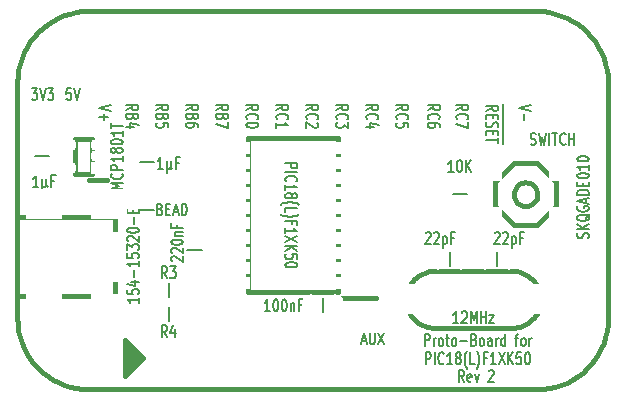
<source format=gto>
G04 (created by PCBNEW-RS274X (2012-01-19 BZR 3256)-stable) date 5/11/2012 7:46:45 PM*
G01*
G70*
G90*
%MOIN*%
G04 Gerber Fmt 3.4, Leading zero omitted, Abs format*
%FSLAX34Y34*%
G04 APERTURE LIST*
%ADD10C,0.006000*%
%ADD11C,0.015000*%
%ADD12C,0.005900*%
%ADD13C,0.007900*%
%ADD14O,0.059400X0.073100*%
%ADD15O,0.073100X0.059400*%
%ADD16R,0.063300X0.043600*%
%ADD17O,0.063300X0.043600*%
%ADD18R,0.148000X0.043600*%
%ADD19R,0.088000X0.088000*%
%ADD20C,0.088000*%
%ADD21R,0.090900X0.063300*%
%ADD22R,0.216900X0.098700*%
%ADD23C,0.098700*%
%ADD24R,0.110600X0.039700*%
%ADD25R,0.118400X0.098700*%
%ADD26C,0.055400*%
G04 APERTURE END LIST*
G54D10*
G54D11*
X53950Y-35350D02*
X54050Y-35250D01*
X53950Y-35150D02*
X53950Y-35350D01*
X54050Y-35250D02*
X53950Y-35150D01*
X53850Y-35600D02*
X54200Y-35250D01*
X53850Y-34900D02*
X53850Y-35600D01*
X54200Y-35250D02*
X53850Y-34900D01*
X53750Y-35850D02*
X54350Y-35250D01*
X53750Y-34650D02*
X53750Y-35850D01*
X54350Y-35250D02*
X53750Y-34650D01*
G54D12*
X59091Y-28772D02*
X59485Y-28772D01*
X59485Y-28885D01*
X59466Y-28913D01*
X59447Y-28927D01*
X59409Y-28941D01*
X59353Y-28941D01*
X59316Y-28927D01*
X59297Y-28913D01*
X59278Y-28885D01*
X59278Y-28772D01*
X59091Y-29067D02*
X59485Y-29067D01*
X59128Y-29376D02*
X59109Y-29362D01*
X59091Y-29320D01*
X59091Y-29292D01*
X59109Y-29249D01*
X59147Y-29221D01*
X59184Y-29207D01*
X59259Y-29193D01*
X59316Y-29193D01*
X59391Y-29207D01*
X59428Y-29221D01*
X59466Y-29249D01*
X59485Y-29292D01*
X59485Y-29320D01*
X59466Y-29362D01*
X59447Y-29376D01*
X59091Y-29657D02*
X59091Y-29488D01*
X59091Y-29572D02*
X59485Y-29572D01*
X59428Y-29544D01*
X59391Y-29516D01*
X59372Y-29488D01*
X59316Y-29825D02*
X59334Y-29797D01*
X59353Y-29783D01*
X59391Y-29769D01*
X59409Y-29769D01*
X59447Y-29783D01*
X59466Y-29797D01*
X59485Y-29825D01*
X59485Y-29882D01*
X59466Y-29910D01*
X59447Y-29924D01*
X59409Y-29938D01*
X59391Y-29938D01*
X59353Y-29924D01*
X59334Y-29910D01*
X59316Y-29882D01*
X59316Y-29825D01*
X59297Y-29797D01*
X59278Y-29783D01*
X59241Y-29769D01*
X59166Y-29769D01*
X59128Y-29783D01*
X59109Y-29797D01*
X59091Y-29825D01*
X59091Y-29882D01*
X59109Y-29910D01*
X59128Y-29924D01*
X59166Y-29938D01*
X59241Y-29938D01*
X59278Y-29924D01*
X59297Y-29910D01*
X59316Y-29882D01*
X58940Y-30149D02*
X58959Y-30134D01*
X59015Y-30106D01*
X59053Y-30092D01*
X59109Y-30078D01*
X59203Y-30064D01*
X59278Y-30064D01*
X59372Y-30078D01*
X59428Y-30092D01*
X59466Y-30106D01*
X59522Y-30134D01*
X59541Y-30149D01*
X59091Y-30402D02*
X59091Y-30261D01*
X59485Y-30261D01*
X58940Y-30472D02*
X58959Y-30486D01*
X59015Y-30514D01*
X59053Y-30528D01*
X59109Y-30542D01*
X59203Y-30556D01*
X59278Y-30556D01*
X59372Y-30542D01*
X59428Y-30528D01*
X59466Y-30514D01*
X59522Y-30486D01*
X59541Y-30472D01*
X59297Y-30796D02*
X59297Y-30697D01*
X59091Y-30697D02*
X59485Y-30697D01*
X59485Y-30838D01*
X59091Y-31105D02*
X59091Y-30936D01*
X59091Y-31020D02*
X59485Y-31020D01*
X59428Y-30992D01*
X59391Y-30964D01*
X59372Y-30936D01*
X59485Y-31203D02*
X59091Y-31400D01*
X59485Y-31400D02*
X59091Y-31203D01*
X59091Y-31512D02*
X59485Y-31512D01*
X59091Y-31681D02*
X59316Y-31554D01*
X59485Y-31681D02*
X59259Y-31512D01*
X59485Y-31948D02*
X59485Y-31807D01*
X59297Y-31793D01*
X59316Y-31807D01*
X59334Y-31835D01*
X59334Y-31906D01*
X59316Y-31934D01*
X59297Y-31948D01*
X59259Y-31962D01*
X59166Y-31962D01*
X59128Y-31948D01*
X59109Y-31934D01*
X59091Y-31906D01*
X59091Y-31835D01*
X59109Y-31807D01*
X59128Y-31793D01*
X59485Y-32144D02*
X59485Y-32173D01*
X59466Y-32201D01*
X59447Y-32215D01*
X59409Y-32229D01*
X59334Y-32243D01*
X59241Y-32243D01*
X59166Y-32229D01*
X59128Y-32215D01*
X59109Y-32201D01*
X59091Y-32173D01*
X59091Y-32144D01*
X59109Y-32116D01*
X59128Y-32102D01*
X59166Y-32088D01*
X59241Y-32074D01*
X59334Y-32074D01*
X59409Y-32088D01*
X59447Y-32102D01*
X59466Y-32116D01*
X59485Y-32144D01*
X56791Y-27004D02*
X56978Y-26905D01*
X56791Y-26835D02*
X57185Y-26835D01*
X57185Y-26948D01*
X57166Y-26976D01*
X57147Y-26990D01*
X57109Y-27004D01*
X57053Y-27004D01*
X57016Y-26990D01*
X56997Y-26976D01*
X56978Y-26948D01*
X56978Y-26835D01*
X56997Y-27229D02*
X56978Y-27271D01*
X56959Y-27285D01*
X56922Y-27299D01*
X56866Y-27299D01*
X56828Y-27285D01*
X56809Y-27271D01*
X56791Y-27243D01*
X56791Y-27130D01*
X57185Y-27130D01*
X57185Y-27229D01*
X57166Y-27257D01*
X57147Y-27271D01*
X57109Y-27285D01*
X57072Y-27285D01*
X57034Y-27271D01*
X57016Y-27257D01*
X56997Y-27229D01*
X56997Y-27130D01*
X57185Y-27397D02*
X57185Y-27594D01*
X56791Y-27467D01*
X57791Y-27004D02*
X57978Y-26905D01*
X57791Y-26835D02*
X58185Y-26835D01*
X58185Y-26948D01*
X58166Y-26976D01*
X58147Y-26990D01*
X58109Y-27004D01*
X58053Y-27004D01*
X58016Y-26990D01*
X57997Y-26976D01*
X57978Y-26948D01*
X57978Y-26835D01*
X57828Y-27299D02*
X57809Y-27285D01*
X57791Y-27243D01*
X57791Y-27215D01*
X57809Y-27172D01*
X57847Y-27144D01*
X57884Y-27130D01*
X57959Y-27116D01*
X58016Y-27116D01*
X58091Y-27130D01*
X58128Y-27144D01*
X58166Y-27172D01*
X58185Y-27215D01*
X58185Y-27243D01*
X58166Y-27285D01*
X58147Y-27299D01*
X58185Y-27481D02*
X58185Y-27510D01*
X58166Y-27538D01*
X58147Y-27552D01*
X58109Y-27566D01*
X58034Y-27580D01*
X57941Y-27580D01*
X57866Y-27566D01*
X57828Y-27552D01*
X57809Y-27538D01*
X57791Y-27510D01*
X57791Y-27481D01*
X57809Y-27453D01*
X57828Y-27439D01*
X57866Y-27425D01*
X57941Y-27411D01*
X58034Y-27411D01*
X58109Y-27425D01*
X58147Y-27439D01*
X58166Y-27453D01*
X58185Y-27481D01*
X58791Y-27004D02*
X58978Y-26905D01*
X58791Y-26835D02*
X59185Y-26835D01*
X59185Y-26948D01*
X59166Y-26976D01*
X59147Y-26990D01*
X59109Y-27004D01*
X59053Y-27004D01*
X59016Y-26990D01*
X58997Y-26976D01*
X58978Y-26948D01*
X58978Y-26835D01*
X58828Y-27299D02*
X58809Y-27285D01*
X58791Y-27243D01*
X58791Y-27215D01*
X58809Y-27172D01*
X58847Y-27144D01*
X58884Y-27130D01*
X58959Y-27116D01*
X59016Y-27116D01*
X59091Y-27130D01*
X59128Y-27144D01*
X59166Y-27172D01*
X59185Y-27215D01*
X59185Y-27243D01*
X59166Y-27285D01*
X59147Y-27299D01*
X58791Y-27580D02*
X58791Y-27411D01*
X58791Y-27495D02*
X59185Y-27495D01*
X59128Y-27467D01*
X59091Y-27439D01*
X59072Y-27411D01*
X59791Y-27004D02*
X59978Y-26905D01*
X59791Y-26835D02*
X60185Y-26835D01*
X60185Y-26948D01*
X60166Y-26976D01*
X60147Y-26990D01*
X60109Y-27004D01*
X60053Y-27004D01*
X60016Y-26990D01*
X59997Y-26976D01*
X59978Y-26948D01*
X59978Y-26835D01*
X59828Y-27299D02*
X59809Y-27285D01*
X59791Y-27243D01*
X59791Y-27215D01*
X59809Y-27172D01*
X59847Y-27144D01*
X59884Y-27130D01*
X59959Y-27116D01*
X60016Y-27116D01*
X60091Y-27130D01*
X60128Y-27144D01*
X60166Y-27172D01*
X60185Y-27215D01*
X60185Y-27243D01*
X60166Y-27285D01*
X60147Y-27299D01*
X60147Y-27411D02*
X60166Y-27425D01*
X60185Y-27453D01*
X60185Y-27524D01*
X60166Y-27552D01*
X60147Y-27566D01*
X60109Y-27580D01*
X60072Y-27580D01*
X60016Y-27566D01*
X59791Y-27397D01*
X59791Y-27580D01*
X60791Y-27004D02*
X60978Y-26905D01*
X60791Y-26835D02*
X61185Y-26835D01*
X61185Y-26948D01*
X61166Y-26976D01*
X61147Y-26990D01*
X61109Y-27004D01*
X61053Y-27004D01*
X61016Y-26990D01*
X60997Y-26976D01*
X60978Y-26948D01*
X60978Y-26835D01*
X60828Y-27299D02*
X60809Y-27285D01*
X60791Y-27243D01*
X60791Y-27215D01*
X60809Y-27172D01*
X60847Y-27144D01*
X60884Y-27130D01*
X60959Y-27116D01*
X61016Y-27116D01*
X61091Y-27130D01*
X61128Y-27144D01*
X61166Y-27172D01*
X61185Y-27215D01*
X61185Y-27243D01*
X61166Y-27285D01*
X61147Y-27299D01*
X61185Y-27397D02*
X61185Y-27580D01*
X61034Y-27481D01*
X61034Y-27524D01*
X61016Y-27552D01*
X60997Y-27566D01*
X60959Y-27580D01*
X60866Y-27580D01*
X60828Y-27566D01*
X60809Y-27552D01*
X60791Y-27524D01*
X60791Y-27439D01*
X60809Y-27411D01*
X60828Y-27397D01*
X61791Y-27004D02*
X61978Y-26905D01*
X61791Y-26835D02*
X62185Y-26835D01*
X62185Y-26948D01*
X62166Y-26976D01*
X62147Y-26990D01*
X62109Y-27004D01*
X62053Y-27004D01*
X62016Y-26990D01*
X61997Y-26976D01*
X61978Y-26948D01*
X61978Y-26835D01*
X61828Y-27299D02*
X61809Y-27285D01*
X61791Y-27243D01*
X61791Y-27215D01*
X61809Y-27172D01*
X61847Y-27144D01*
X61884Y-27130D01*
X61959Y-27116D01*
X62016Y-27116D01*
X62091Y-27130D01*
X62128Y-27144D01*
X62166Y-27172D01*
X62185Y-27215D01*
X62185Y-27243D01*
X62166Y-27285D01*
X62147Y-27299D01*
X62053Y-27552D02*
X61791Y-27552D01*
X62203Y-27481D02*
X61922Y-27411D01*
X61922Y-27594D01*
X62791Y-27004D02*
X62978Y-26905D01*
X62791Y-26835D02*
X63185Y-26835D01*
X63185Y-26948D01*
X63166Y-26976D01*
X63147Y-26990D01*
X63109Y-27004D01*
X63053Y-27004D01*
X63016Y-26990D01*
X62997Y-26976D01*
X62978Y-26948D01*
X62978Y-26835D01*
X62828Y-27299D02*
X62809Y-27285D01*
X62791Y-27243D01*
X62791Y-27215D01*
X62809Y-27172D01*
X62847Y-27144D01*
X62884Y-27130D01*
X62959Y-27116D01*
X63016Y-27116D01*
X63091Y-27130D01*
X63128Y-27144D01*
X63166Y-27172D01*
X63185Y-27215D01*
X63185Y-27243D01*
X63166Y-27285D01*
X63147Y-27299D01*
X63185Y-27566D02*
X63185Y-27425D01*
X62997Y-27411D01*
X63016Y-27425D01*
X63034Y-27453D01*
X63034Y-27524D01*
X63016Y-27552D01*
X62997Y-27566D01*
X62959Y-27580D01*
X62866Y-27580D01*
X62828Y-27566D01*
X62809Y-27552D01*
X62791Y-27524D01*
X62791Y-27453D01*
X62809Y-27425D01*
X62828Y-27411D01*
X63841Y-27004D02*
X64028Y-26905D01*
X63841Y-26835D02*
X64235Y-26835D01*
X64235Y-26948D01*
X64216Y-26976D01*
X64197Y-26990D01*
X64159Y-27004D01*
X64103Y-27004D01*
X64066Y-26990D01*
X64047Y-26976D01*
X64028Y-26948D01*
X64028Y-26835D01*
X63878Y-27299D02*
X63859Y-27285D01*
X63841Y-27243D01*
X63841Y-27215D01*
X63859Y-27172D01*
X63897Y-27144D01*
X63934Y-27130D01*
X64009Y-27116D01*
X64066Y-27116D01*
X64141Y-27130D01*
X64178Y-27144D01*
X64216Y-27172D01*
X64235Y-27215D01*
X64235Y-27243D01*
X64216Y-27285D01*
X64197Y-27299D01*
X64235Y-27552D02*
X64235Y-27495D01*
X64216Y-27467D01*
X64197Y-27453D01*
X64141Y-27425D01*
X64066Y-27411D01*
X63916Y-27411D01*
X63878Y-27425D01*
X63859Y-27439D01*
X63841Y-27467D01*
X63841Y-27524D01*
X63859Y-27552D01*
X63878Y-27566D01*
X63916Y-27580D01*
X64009Y-27580D01*
X64047Y-27566D01*
X64066Y-27552D01*
X64084Y-27524D01*
X64084Y-27467D01*
X64066Y-27439D01*
X64047Y-27425D01*
X64009Y-27411D01*
X64791Y-27004D02*
X64978Y-26905D01*
X64791Y-26835D02*
X65185Y-26835D01*
X65185Y-26948D01*
X65166Y-26976D01*
X65147Y-26990D01*
X65109Y-27004D01*
X65053Y-27004D01*
X65016Y-26990D01*
X64997Y-26976D01*
X64978Y-26948D01*
X64978Y-26835D01*
X64828Y-27299D02*
X64809Y-27285D01*
X64791Y-27243D01*
X64791Y-27215D01*
X64809Y-27172D01*
X64847Y-27144D01*
X64884Y-27130D01*
X64959Y-27116D01*
X65016Y-27116D01*
X65091Y-27130D01*
X65128Y-27144D01*
X65166Y-27172D01*
X65185Y-27215D01*
X65185Y-27243D01*
X65166Y-27285D01*
X65147Y-27299D01*
X65185Y-27397D02*
X65185Y-27594D01*
X64791Y-27467D01*
X67285Y-26819D02*
X66891Y-26917D01*
X67285Y-27016D01*
X67041Y-27114D02*
X67041Y-27339D01*
X65791Y-27022D02*
X65978Y-26923D01*
X65791Y-26853D02*
X66185Y-26853D01*
X66185Y-26966D01*
X66166Y-26994D01*
X66147Y-27008D01*
X66109Y-27022D01*
X66053Y-27022D01*
X66016Y-27008D01*
X65997Y-26994D01*
X65978Y-26966D01*
X65978Y-26853D01*
X65997Y-27148D02*
X65997Y-27247D01*
X65791Y-27289D02*
X65791Y-27148D01*
X66185Y-27148D01*
X66185Y-27289D01*
X65809Y-27401D02*
X65791Y-27443D01*
X65791Y-27514D01*
X65809Y-27542D01*
X65828Y-27556D01*
X65866Y-27570D01*
X65903Y-27570D01*
X65941Y-27556D01*
X65959Y-27542D01*
X65978Y-27514D01*
X65997Y-27457D01*
X66016Y-27429D01*
X66034Y-27415D01*
X66072Y-27401D01*
X66109Y-27401D01*
X66147Y-27415D01*
X66166Y-27429D01*
X66185Y-27457D01*
X66185Y-27528D01*
X66166Y-27570D01*
X65997Y-27696D02*
X65997Y-27795D01*
X65791Y-27837D02*
X65791Y-27696D01*
X66185Y-27696D01*
X66185Y-27837D01*
X66185Y-27921D02*
X66185Y-28090D01*
X65791Y-28005D02*
X66185Y-28005D01*
X66329Y-26783D02*
X66329Y-28118D01*
X55791Y-27004D02*
X55978Y-26905D01*
X55791Y-26835D02*
X56185Y-26835D01*
X56185Y-26948D01*
X56166Y-26976D01*
X56147Y-26990D01*
X56109Y-27004D01*
X56053Y-27004D01*
X56016Y-26990D01*
X55997Y-26976D01*
X55978Y-26948D01*
X55978Y-26835D01*
X55997Y-27229D02*
X55978Y-27271D01*
X55959Y-27285D01*
X55922Y-27299D01*
X55866Y-27299D01*
X55828Y-27285D01*
X55809Y-27271D01*
X55791Y-27243D01*
X55791Y-27130D01*
X56185Y-27130D01*
X56185Y-27229D01*
X56166Y-27257D01*
X56147Y-27271D01*
X56109Y-27285D01*
X56072Y-27285D01*
X56034Y-27271D01*
X56016Y-27257D01*
X55997Y-27229D01*
X55997Y-27130D01*
X56185Y-27552D02*
X56185Y-27495D01*
X56166Y-27467D01*
X56147Y-27453D01*
X56091Y-27425D01*
X56016Y-27411D01*
X55866Y-27411D01*
X55828Y-27425D01*
X55809Y-27439D01*
X55791Y-27467D01*
X55791Y-27524D01*
X55809Y-27552D01*
X55828Y-27566D01*
X55866Y-27580D01*
X55959Y-27580D01*
X55997Y-27566D01*
X56016Y-27552D01*
X56034Y-27524D01*
X56034Y-27467D01*
X56016Y-27439D01*
X55997Y-27425D01*
X55959Y-27411D01*
X54791Y-27004D02*
X54978Y-26905D01*
X54791Y-26835D02*
X55185Y-26835D01*
X55185Y-26948D01*
X55166Y-26976D01*
X55147Y-26990D01*
X55109Y-27004D01*
X55053Y-27004D01*
X55016Y-26990D01*
X54997Y-26976D01*
X54978Y-26948D01*
X54978Y-26835D01*
X54997Y-27229D02*
X54978Y-27271D01*
X54959Y-27285D01*
X54922Y-27299D01*
X54866Y-27299D01*
X54828Y-27285D01*
X54809Y-27271D01*
X54791Y-27243D01*
X54791Y-27130D01*
X55185Y-27130D01*
X55185Y-27229D01*
X55166Y-27257D01*
X55147Y-27271D01*
X55109Y-27285D01*
X55072Y-27285D01*
X55034Y-27271D01*
X55016Y-27257D01*
X54997Y-27229D01*
X54997Y-27130D01*
X55185Y-27566D02*
X55185Y-27425D01*
X54997Y-27411D01*
X55016Y-27425D01*
X55034Y-27453D01*
X55034Y-27524D01*
X55016Y-27552D01*
X54997Y-27566D01*
X54959Y-27580D01*
X54866Y-27580D01*
X54828Y-27566D01*
X54809Y-27552D01*
X54791Y-27524D01*
X54791Y-27453D01*
X54809Y-27425D01*
X54828Y-27411D01*
X53791Y-27004D02*
X53978Y-26905D01*
X53791Y-26835D02*
X54185Y-26835D01*
X54185Y-26948D01*
X54166Y-26976D01*
X54147Y-26990D01*
X54109Y-27004D01*
X54053Y-27004D01*
X54016Y-26990D01*
X53997Y-26976D01*
X53978Y-26948D01*
X53978Y-26835D01*
X53997Y-27229D02*
X53978Y-27271D01*
X53959Y-27285D01*
X53922Y-27299D01*
X53866Y-27299D01*
X53828Y-27285D01*
X53809Y-27271D01*
X53791Y-27243D01*
X53791Y-27130D01*
X54185Y-27130D01*
X54185Y-27229D01*
X54166Y-27257D01*
X54147Y-27271D01*
X54109Y-27285D01*
X54072Y-27285D01*
X54034Y-27271D01*
X54016Y-27257D01*
X53997Y-27229D01*
X53997Y-27130D01*
X54053Y-27552D02*
X53791Y-27552D01*
X54203Y-27481D02*
X53922Y-27411D01*
X53922Y-27594D01*
X53285Y-26819D02*
X52891Y-26917D01*
X53285Y-27016D01*
X53041Y-27114D02*
X53041Y-27339D01*
X52891Y-27227D02*
X53191Y-27227D01*
X51944Y-26265D02*
X51803Y-26265D01*
X51789Y-26453D01*
X51803Y-26434D01*
X51831Y-26416D01*
X51902Y-26416D01*
X51930Y-26434D01*
X51944Y-26453D01*
X51958Y-26491D01*
X51958Y-26584D01*
X51944Y-26622D01*
X51930Y-26641D01*
X51902Y-26659D01*
X51831Y-26659D01*
X51803Y-26641D01*
X51789Y-26622D01*
X52042Y-26265D02*
X52140Y-26659D01*
X52239Y-26265D01*
X50635Y-26265D02*
X50818Y-26265D01*
X50719Y-26416D01*
X50762Y-26416D01*
X50790Y-26434D01*
X50804Y-26453D01*
X50818Y-26491D01*
X50818Y-26584D01*
X50804Y-26622D01*
X50790Y-26641D01*
X50762Y-26659D01*
X50677Y-26659D01*
X50649Y-26641D01*
X50635Y-26622D01*
X50902Y-26265D02*
X51000Y-26659D01*
X51099Y-26265D01*
X51169Y-26265D02*
X51352Y-26265D01*
X51253Y-26416D01*
X51296Y-26416D01*
X51324Y-26434D01*
X51338Y-26453D01*
X51352Y-26491D01*
X51352Y-26584D01*
X51338Y-26622D01*
X51324Y-26641D01*
X51296Y-26659D01*
X51211Y-26659D01*
X51183Y-26641D01*
X51169Y-26622D01*
X65050Y-36059D02*
X64951Y-35872D01*
X64881Y-36059D02*
X64881Y-35665D01*
X64994Y-35665D01*
X65022Y-35684D01*
X65036Y-35703D01*
X65050Y-35741D01*
X65050Y-35797D01*
X65036Y-35834D01*
X65022Y-35853D01*
X64994Y-35872D01*
X64881Y-35872D01*
X65289Y-36041D02*
X65261Y-36059D01*
X65204Y-36059D01*
X65176Y-36041D01*
X65162Y-36003D01*
X65162Y-35853D01*
X65176Y-35816D01*
X65204Y-35797D01*
X65261Y-35797D01*
X65289Y-35816D01*
X65303Y-35853D01*
X65303Y-35891D01*
X65162Y-35928D01*
X65401Y-35797D02*
X65471Y-36059D01*
X65542Y-35797D01*
X65865Y-35703D02*
X65879Y-35684D01*
X65907Y-35665D01*
X65978Y-35665D01*
X66006Y-35684D01*
X66020Y-35703D01*
X66034Y-35741D01*
X66034Y-35778D01*
X66020Y-35834D01*
X65851Y-36059D01*
X66034Y-36059D01*
X63736Y-34859D02*
X63736Y-34465D01*
X63849Y-34465D01*
X63877Y-34484D01*
X63891Y-34503D01*
X63905Y-34541D01*
X63905Y-34597D01*
X63891Y-34634D01*
X63877Y-34653D01*
X63849Y-34672D01*
X63736Y-34672D01*
X64031Y-34859D02*
X64031Y-34597D01*
X64031Y-34672D02*
X64045Y-34634D01*
X64059Y-34616D01*
X64087Y-34597D01*
X64116Y-34597D01*
X64256Y-34859D02*
X64228Y-34841D01*
X64214Y-34822D01*
X64200Y-34784D01*
X64200Y-34672D01*
X64214Y-34634D01*
X64228Y-34616D01*
X64256Y-34597D01*
X64299Y-34597D01*
X64327Y-34616D01*
X64341Y-34634D01*
X64355Y-34672D01*
X64355Y-34784D01*
X64341Y-34822D01*
X64327Y-34841D01*
X64299Y-34859D01*
X64256Y-34859D01*
X64439Y-34597D02*
X64551Y-34597D01*
X64481Y-34465D02*
X64481Y-34803D01*
X64495Y-34841D01*
X64523Y-34859D01*
X64551Y-34859D01*
X64692Y-34859D02*
X64664Y-34841D01*
X64650Y-34822D01*
X64636Y-34784D01*
X64636Y-34672D01*
X64650Y-34634D01*
X64664Y-34616D01*
X64692Y-34597D01*
X64735Y-34597D01*
X64763Y-34616D01*
X64777Y-34634D01*
X64791Y-34672D01*
X64791Y-34784D01*
X64777Y-34822D01*
X64763Y-34841D01*
X64735Y-34859D01*
X64692Y-34859D01*
X64917Y-34709D02*
X65142Y-34709D01*
X65381Y-34653D02*
X65423Y-34672D01*
X65437Y-34691D01*
X65451Y-34728D01*
X65451Y-34784D01*
X65437Y-34822D01*
X65423Y-34841D01*
X65395Y-34859D01*
X65282Y-34859D01*
X65282Y-34465D01*
X65381Y-34465D01*
X65409Y-34484D01*
X65423Y-34503D01*
X65437Y-34541D01*
X65437Y-34578D01*
X65423Y-34616D01*
X65409Y-34634D01*
X65381Y-34653D01*
X65282Y-34653D01*
X65619Y-34859D02*
X65591Y-34841D01*
X65577Y-34822D01*
X65563Y-34784D01*
X65563Y-34672D01*
X65577Y-34634D01*
X65591Y-34616D01*
X65619Y-34597D01*
X65662Y-34597D01*
X65690Y-34616D01*
X65704Y-34634D01*
X65718Y-34672D01*
X65718Y-34784D01*
X65704Y-34822D01*
X65690Y-34841D01*
X65662Y-34859D01*
X65619Y-34859D01*
X65971Y-34859D02*
X65971Y-34653D01*
X65957Y-34616D01*
X65929Y-34597D01*
X65872Y-34597D01*
X65844Y-34616D01*
X65971Y-34841D02*
X65943Y-34859D01*
X65872Y-34859D01*
X65844Y-34841D01*
X65830Y-34803D01*
X65830Y-34766D01*
X65844Y-34728D01*
X65872Y-34709D01*
X65943Y-34709D01*
X65971Y-34691D01*
X66111Y-34859D02*
X66111Y-34597D01*
X66111Y-34672D02*
X66125Y-34634D01*
X66139Y-34616D01*
X66167Y-34597D01*
X66196Y-34597D01*
X66421Y-34859D02*
X66421Y-34465D01*
X66421Y-34841D02*
X66393Y-34859D01*
X66336Y-34859D01*
X66308Y-34841D01*
X66294Y-34822D01*
X66280Y-34784D01*
X66280Y-34672D01*
X66294Y-34634D01*
X66308Y-34616D01*
X66336Y-34597D01*
X66393Y-34597D01*
X66421Y-34616D01*
X66744Y-34597D02*
X66856Y-34597D01*
X66786Y-34859D02*
X66786Y-34522D01*
X66800Y-34484D01*
X66828Y-34465D01*
X66856Y-34465D01*
X66997Y-34859D02*
X66969Y-34841D01*
X66955Y-34822D01*
X66941Y-34784D01*
X66941Y-34672D01*
X66955Y-34634D01*
X66969Y-34616D01*
X66997Y-34597D01*
X67040Y-34597D01*
X67068Y-34616D01*
X67082Y-34634D01*
X67096Y-34672D01*
X67096Y-34784D01*
X67082Y-34822D01*
X67068Y-34841D01*
X67040Y-34859D01*
X66997Y-34859D01*
X67222Y-34859D02*
X67222Y-34597D01*
X67222Y-34672D02*
X67236Y-34634D01*
X67250Y-34616D01*
X67278Y-34597D01*
X67307Y-34597D01*
X63772Y-35469D02*
X63772Y-35075D01*
X63885Y-35075D01*
X63913Y-35094D01*
X63927Y-35113D01*
X63941Y-35151D01*
X63941Y-35207D01*
X63927Y-35244D01*
X63913Y-35263D01*
X63885Y-35282D01*
X63772Y-35282D01*
X64067Y-35469D02*
X64067Y-35075D01*
X64376Y-35432D02*
X64362Y-35451D01*
X64320Y-35469D01*
X64292Y-35469D01*
X64249Y-35451D01*
X64221Y-35413D01*
X64207Y-35376D01*
X64193Y-35301D01*
X64193Y-35244D01*
X64207Y-35169D01*
X64221Y-35132D01*
X64249Y-35094D01*
X64292Y-35075D01*
X64320Y-35075D01*
X64362Y-35094D01*
X64376Y-35113D01*
X64657Y-35469D02*
X64488Y-35469D01*
X64572Y-35469D02*
X64572Y-35075D01*
X64544Y-35132D01*
X64516Y-35169D01*
X64488Y-35188D01*
X64825Y-35244D02*
X64797Y-35226D01*
X64783Y-35207D01*
X64769Y-35169D01*
X64769Y-35151D01*
X64783Y-35113D01*
X64797Y-35094D01*
X64825Y-35075D01*
X64882Y-35075D01*
X64910Y-35094D01*
X64924Y-35113D01*
X64938Y-35151D01*
X64938Y-35169D01*
X64924Y-35207D01*
X64910Y-35226D01*
X64882Y-35244D01*
X64825Y-35244D01*
X64797Y-35263D01*
X64783Y-35282D01*
X64769Y-35319D01*
X64769Y-35394D01*
X64783Y-35432D01*
X64797Y-35451D01*
X64825Y-35469D01*
X64882Y-35469D01*
X64910Y-35451D01*
X64924Y-35432D01*
X64938Y-35394D01*
X64938Y-35319D01*
X64924Y-35282D01*
X64910Y-35263D01*
X64882Y-35244D01*
X65149Y-35620D02*
X65134Y-35601D01*
X65106Y-35545D01*
X65092Y-35507D01*
X65078Y-35451D01*
X65064Y-35357D01*
X65064Y-35282D01*
X65078Y-35188D01*
X65092Y-35132D01*
X65106Y-35094D01*
X65134Y-35038D01*
X65149Y-35019D01*
X65402Y-35469D02*
X65261Y-35469D01*
X65261Y-35075D01*
X65472Y-35620D02*
X65486Y-35601D01*
X65514Y-35545D01*
X65528Y-35507D01*
X65542Y-35451D01*
X65556Y-35357D01*
X65556Y-35282D01*
X65542Y-35188D01*
X65528Y-35132D01*
X65514Y-35094D01*
X65486Y-35038D01*
X65472Y-35019D01*
X65796Y-35263D02*
X65697Y-35263D01*
X65697Y-35469D02*
X65697Y-35075D01*
X65838Y-35075D01*
X66105Y-35469D02*
X65936Y-35469D01*
X66020Y-35469D02*
X66020Y-35075D01*
X65992Y-35132D01*
X65964Y-35169D01*
X65936Y-35188D01*
X66203Y-35075D02*
X66400Y-35469D01*
X66400Y-35075D02*
X66203Y-35469D01*
X66512Y-35469D02*
X66512Y-35075D01*
X66681Y-35469D02*
X66554Y-35244D01*
X66681Y-35075D02*
X66512Y-35301D01*
X66948Y-35075D02*
X66807Y-35075D01*
X66793Y-35263D01*
X66807Y-35244D01*
X66835Y-35226D01*
X66906Y-35226D01*
X66934Y-35244D01*
X66948Y-35263D01*
X66962Y-35301D01*
X66962Y-35394D01*
X66948Y-35432D01*
X66934Y-35451D01*
X66906Y-35469D01*
X66835Y-35469D01*
X66807Y-35451D01*
X66793Y-35432D01*
X67144Y-35075D02*
X67173Y-35075D01*
X67201Y-35094D01*
X67215Y-35113D01*
X67229Y-35151D01*
X67243Y-35226D01*
X67243Y-35319D01*
X67229Y-35394D01*
X67215Y-35432D01*
X67201Y-35451D01*
X67173Y-35469D01*
X67144Y-35469D01*
X67116Y-35451D01*
X67102Y-35432D01*
X67088Y-35394D01*
X67074Y-35319D01*
X67074Y-35226D01*
X67088Y-35151D01*
X67102Y-35113D01*
X67116Y-35094D01*
X67144Y-35075D01*
G54D11*
X50158Y-33937D02*
X50167Y-34142D01*
X50194Y-34347D01*
X50239Y-34548D01*
X50301Y-34744D01*
X50380Y-34935D01*
X50475Y-35117D01*
X50586Y-35291D01*
X50711Y-35455D01*
X50850Y-35607D01*
X51002Y-35746D01*
X51166Y-35871D01*
X51340Y-35982D01*
X51522Y-36077D01*
X51713Y-36156D01*
X51909Y-36218D01*
X52110Y-36263D01*
X52315Y-36290D01*
X52520Y-36299D01*
X69843Y-26063D02*
X69843Y-33937D01*
X50157Y-33937D02*
X50157Y-26063D01*
X67480Y-36300D02*
X67685Y-36291D01*
X67890Y-36264D01*
X68091Y-36219D01*
X68288Y-36157D01*
X68478Y-36078D01*
X68661Y-35983D01*
X68835Y-35872D01*
X68998Y-35747D01*
X69150Y-35607D01*
X69290Y-35455D01*
X69415Y-35292D01*
X69526Y-35118D01*
X69621Y-34935D01*
X69700Y-34745D01*
X69762Y-34548D01*
X69807Y-34347D01*
X69834Y-34142D01*
X69843Y-33937D01*
X52520Y-23701D02*
X67480Y-23701D01*
X52520Y-36299D02*
X67480Y-36299D01*
X69842Y-26063D02*
X69833Y-25858D01*
X69806Y-25653D01*
X69761Y-25452D01*
X69699Y-25256D01*
X69620Y-25065D01*
X69525Y-24883D01*
X69414Y-24709D01*
X69289Y-24545D01*
X69150Y-24393D01*
X68998Y-24254D01*
X68834Y-24129D01*
X68661Y-24018D01*
X68478Y-23923D01*
X68287Y-23844D01*
X68091Y-23782D01*
X67890Y-23737D01*
X67685Y-23710D01*
X67480Y-23701D01*
X52520Y-23700D02*
X52315Y-23709D01*
X52110Y-23736D01*
X51909Y-23781D01*
X51712Y-23843D01*
X51522Y-23922D01*
X51339Y-24017D01*
X51165Y-24128D01*
X51002Y-24253D01*
X50850Y-24393D01*
X50710Y-24545D01*
X50585Y-24708D01*
X50474Y-24882D01*
X50379Y-25065D01*
X50300Y-25255D01*
X50238Y-25452D01*
X50193Y-25653D01*
X50166Y-25858D01*
X50157Y-26063D01*
G54D13*
X64567Y-31733D02*
X64567Y-32205D01*
X66142Y-32205D02*
X66142Y-31733D01*
X60350Y-33264D02*
X60350Y-33736D01*
X54724Y-28740D02*
X54252Y-28740D01*
X51220Y-28543D02*
X50748Y-28543D01*
G54D11*
X52657Y-27952D02*
X52657Y-29134D01*
X52657Y-29134D02*
X52067Y-29134D01*
X52067Y-29134D02*
X52067Y-27952D01*
X52067Y-27952D02*
X52657Y-27952D01*
X52559Y-29330D02*
X53149Y-29330D01*
X62106Y-33256D02*
X60925Y-33256D01*
X60846Y-33059D02*
X60846Y-27941D01*
X60846Y-27941D02*
X57854Y-27941D01*
X57854Y-27941D02*
X57854Y-33059D01*
X57854Y-33059D02*
X60846Y-33059D01*
X66076Y-30194D02*
X66076Y-29406D01*
X66706Y-28776D02*
X67494Y-28776D01*
X66076Y-29406D02*
X66706Y-28776D01*
X67494Y-28776D02*
X68124Y-29406D01*
X68124Y-29406D02*
X68124Y-30194D01*
X67494Y-29800D02*
X67486Y-29876D01*
X67464Y-29950D01*
X67428Y-30018D01*
X67379Y-30077D01*
X67320Y-30126D01*
X67252Y-30163D01*
X67179Y-30185D01*
X67102Y-30193D01*
X67027Y-30187D01*
X66953Y-30165D01*
X66885Y-30129D01*
X66825Y-30081D01*
X66775Y-30022D01*
X66738Y-29955D01*
X66715Y-29881D01*
X66707Y-29805D01*
X66713Y-29729D01*
X66734Y-29655D01*
X66769Y-29587D01*
X66817Y-29527D01*
X66876Y-29477D01*
X66943Y-29439D01*
X67016Y-29416D01*
X67092Y-29407D01*
X67168Y-29412D01*
X67242Y-29433D01*
X67311Y-29468D01*
X67371Y-29515D01*
X67421Y-29573D01*
X67459Y-29640D01*
X67484Y-29713D01*
X67493Y-29789D01*
X67494Y-29800D01*
X66706Y-30824D02*
X67494Y-30824D01*
X66706Y-30824D02*
X66076Y-30194D01*
X68124Y-30194D02*
X67494Y-30824D01*
G54D13*
X55197Y-32756D02*
X55197Y-33228D01*
X55197Y-33544D02*
X55197Y-34016D01*
X54252Y-30315D02*
X54724Y-30315D01*
X55827Y-31654D02*
X56299Y-31654D01*
X64664Y-29800D02*
X65136Y-29800D01*
G54D11*
X64055Y-32362D02*
X66653Y-32362D01*
X64055Y-34252D02*
X66653Y-34252D01*
X63110Y-33307D02*
X63114Y-33389D01*
X63125Y-33471D01*
X63143Y-33551D01*
X63167Y-33630D01*
X63199Y-33706D01*
X63237Y-33779D01*
X63281Y-33849D01*
X63332Y-33914D01*
X63387Y-33975D01*
X63448Y-34030D01*
X63513Y-34081D01*
X63583Y-34125D01*
X63656Y-34163D01*
X63732Y-34195D01*
X63811Y-34219D01*
X63891Y-34237D01*
X63973Y-34248D01*
X64055Y-34252D01*
X64055Y-32362D02*
X63973Y-32366D01*
X63891Y-32377D01*
X63811Y-32395D01*
X63732Y-32419D01*
X63656Y-32451D01*
X63583Y-32489D01*
X63513Y-32533D01*
X63448Y-32584D01*
X63387Y-32639D01*
X63332Y-32700D01*
X63281Y-32765D01*
X63237Y-32835D01*
X63199Y-32908D01*
X63167Y-32984D01*
X63143Y-33063D01*
X63125Y-33143D01*
X63114Y-33225D01*
X63110Y-33307D01*
X67598Y-33307D02*
X67594Y-33225D01*
X67583Y-33143D01*
X67565Y-33063D01*
X67541Y-32984D01*
X67509Y-32908D01*
X67471Y-32835D01*
X67427Y-32765D01*
X67376Y-32700D01*
X67321Y-32639D01*
X67260Y-32584D01*
X67195Y-32533D01*
X67125Y-32489D01*
X67052Y-32451D01*
X66976Y-32419D01*
X66897Y-32395D01*
X66817Y-32377D01*
X66735Y-32366D01*
X66653Y-32362D01*
X66653Y-34252D02*
X66735Y-34248D01*
X66817Y-34237D01*
X66897Y-34219D01*
X66976Y-34195D01*
X67052Y-34163D01*
X67125Y-34125D01*
X67195Y-34081D01*
X67260Y-34030D01*
X67321Y-33975D01*
X67376Y-33914D01*
X67427Y-33849D01*
X67471Y-33779D01*
X67509Y-33706D01*
X67541Y-33630D01*
X67565Y-33551D01*
X67583Y-33471D01*
X67594Y-33389D01*
X67598Y-33307D01*
X50150Y-30571D02*
X53418Y-30571D01*
X53418Y-30571D02*
X53418Y-33209D01*
X53418Y-33209D02*
X50150Y-33209D01*
G54D12*
X63765Y-31103D02*
X63779Y-31084D01*
X63807Y-31065D01*
X63878Y-31065D01*
X63906Y-31084D01*
X63920Y-31103D01*
X63934Y-31141D01*
X63934Y-31178D01*
X63920Y-31234D01*
X63751Y-31459D01*
X63934Y-31459D01*
X64046Y-31103D02*
X64060Y-31084D01*
X64088Y-31065D01*
X64159Y-31065D01*
X64187Y-31084D01*
X64201Y-31103D01*
X64215Y-31141D01*
X64215Y-31178D01*
X64201Y-31234D01*
X64032Y-31459D01*
X64215Y-31459D01*
X64341Y-31197D02*
X64341Y-31591D01*
X64341Y-31216D02*
X64369Y-31197D01*
X64426Y-31197D01*
X64454Y-31216D01*
X64468Y-31234D01*
X64482Y-31272D01*
X64482Y-31384D01*
X64468Y-31422D01*
X64454Y-31441D01*
X64426Y-31459D01*
X64369Y-31459D01*
X64341Y-31441D01*
X64707Y-31253D02*
X64608Y-31253D01*
X64608Y-31459D02*
X64608Y-31065D01*
X64749Y-31065D01*
X66065Y-31103D02*
X66079Y-31084D01*
X66107Y-31065D01*
X66178Y-31065D01*
X66206Y-31084D01*
X66220Y-31103D01*
X66234Y-31141D01*
X66234Y-31178D01*
X66220Y-31234D01*
X66051Y-31459D01*
X66234Y-31459D01*
X66346Y-31103D02*
X66360Y-31084D01*
X66388Y-31065D01*
X66459Y-31065D01*
X66487Y-31084D01*
X66501Y-31103D01*
X66515Y-31141D01*
X66515Y-31178D01*
X66501Y-31234D01*
X66332Y-31459D01*
X66515Y-31459D01*
X66641Y-31197D02*
X66641Y-31591D01*
X66641Y-31216D02*
X66669Y-31197D01*
X66726Y-31197D01*
X66754Y-31216D01*
X66768Y-31234D01*
X66782Y-31272D01*
X66782Y-31384D01*
X66768Y-31422D01*
X66754Y-31441D01*
X66726Y-31459D01*
X66669Y-31459D01*
X66641Y-31441D01*
X67007Y-31253D02*
X66908Y-31253D01*
X66908Y-31459D02*
X66908Y-31065D01*
X67049Y-31065D01*
X58575Y-33698D02*
X58406Y-33698D01*
X58490Y-33698D02*
X58490Y-33304D01*
X58462Y-33361D01*
X58434Y-33398D01*
X58406Y-33417D01*
X58757Y-33304D02*
X58786Y-33304D01*
X58814Y-33323D01*
X58828Y-33342D01*
X58842Y-33380D01*
X58856Y-33455D01*
X58856Y-33548D01*
X58842Y-33623D01*
X58828Y-33661D01*
X58814Y-33680D01*
X58786Y-33698D01*
X58757Y-33698D01*
X58729Y-33680D01*
X58715Y-33661D01*
X58701Y-33623D01*
X58687Y-33548D01*
X58687Y-33455D01*
X58701Y-33380D01*
X58715Y-33342D01*
X58729Y-33323D01*
X58757Y-33304D01*
X59038Y-33304D02*
X59067Y-33304D01*
X59095Y-33323D01*
X59109Y-33342D01*
X59123Y-33380D01*
X59137Y-33455D01*
X59137Y-33548D01*
X59123Y-33623D01*
X59109Y-33661D01*
X59095Y-33680D01*
X59067Y-33698D01*
X59038Y-33698D01*
X59010Y-33680D01*
X58996Y-33661D01*
X58982Y-33623D01*
X58968Y-33548D01*
X58968Y-33455D01*
X58982Y-33380D01*
X58996Y-33342D01*
X59010Y-33323D01*
X59038Y-33304D01*
X59263Y-33436D02*
X59263Y-33698D01*
X59263Y-33473D02*
X59277Y-33455D01*
X59305Y-33436D01*
X59348Y-33436D01*
X59376Y-33455D01*
X59390Y-33492D01*
X59390Y-33698D01*
X59629Y-33492D02*
X59530Y-33492D01*
X59530Y-33698D02*
X59530Y-33304D01*
X59671Y-33304D01*
X55004Y-28959D02*
X54835Y-28959D01*
X54919Y-28959D02*
X54919Y-28565D01*
X54891Y-28622D01*
X54863Y-28659D01*
X54835Y-28678D01*
X55130Y-28697D02*
X55130Y-29091D01*
X55271Y-28903D02*
X55285Y-28941D01*
X55313Y-28959D01*
X55130Y-28903D02*
X55144Y-28941D01*
X55172Y-28959D01*
X55229Y-28959D01*
X55257Y-28941D01*
X55271Y-28903D01*
X55271Y-28697D01*
X55538Y-28753D02*
X55439Y-28753D01*
X55439Y-28959D02*
X55439Y-28565D01*
X55580Y-28565D01*
X50854Y-29559D02*
X50685Y-29559D01*
X50769Y-29559D02*
X50769Y-29165D01*
X50741Y-29222D01*
X50713Y-29259D01*
X50685Y-29278D01*
X50980Y-29297D02*
X50980Y-29691D01*
X51121Y-29503D02*
X51135Y-29541D01*
X51163Y-29559D01*
X50980Y-29503D02*
X50994Y-29541D01*
X51022Y-29559D01*
X51079Y-29559D01*
X51107Y-29541D01*
X51121Y-29503D01*
X51121Y-29297D01*
X51388Y-29353D02*
X51289Y-29353D01*
X51289Y-29559D02*
X51289Y-29165D01*
X51430Y-29165D01*
X53666Y-29617D02*
X53272Y-29617D01*
X53554Y-29518D01*
X53272Y-29420D01*
X53666Y-29420D01*
X53629Y-29111D02*
X53648Y-29125D01*
X53666Y-29167D01*
X53666Y-29195D01*
X53648Y-29238D01*
X53610Y-29266D01*
X53573Y-29280D01*
X53498Y-29294D01*
X53441Y-29294D01*
X53366Y-29280D01*
X53329Y-29266D01*
X53291Y-29238D01*
X53272Y-29195D01*
X53272Y-29167D01*
X53291Y-29125D01*
X53310Y-29111D01*
X53666Y-28985D02*
X53272Y-28985D01*
X53272Y-28872D01*
X53291Y-28844D01*
X53310Y-28830D01*
X53348Y-28816D01*
X53404Y-28816D01*
X53441Y-28830D01*
X53460Y-28844D01*
X53479Y-28872D01*
X53479Y-28985D01*
X53666Y-28535D02*
X53666Y-28704D01*
X53666Y-28620D02*
X53272Y-28620D01*
X53329Y-28648D01*
X53366Y-28676D01*
X53385Y-28704D01*
X53441Y-28367D02*
X53423Y-28395D01*
X53404Y-28409D01*
X53366Y-28423D01*
X53348Y-28423D01*
X53310Y-28409D01*
X53291Y-28395D01*
X53272Y-28367D01*
X53272Y-28310D01*
X53291Y-28282D01*
X53310Y-28268D01*
X53348Y-28254D01*
X53366Y-28254D01*
X53404Y-28268D01*
X53423Y-28282D01*
X53441Y-28310D01*
X53441Y-28367D01*
X53460Y-28395D01*
X53479Y-28409D01*
X53516Y-28423D01*
X53591Y-28423D01*
X53629Y-28409D01*
X53648Y-28395D01*
X53666Y-28367D01*
X53666Y-28310D01*
X53648Y-28282D01*
X53629Y-28268D01*
X53591Y-28254D01*
X53516Y-28254D01*
X53479Y-28268D01*
X53460Y-28282D01*
X53441Y-28310D01*
X53272Y-28072D02*
X53272Y-28043D01*
X53291Y-28015D01*
X53310Y-28001D01*
X53348Y-27987D01*
X53423Y-27973D01*
X53516Y-27973D01*
X53591Y-27987D01*
X53629Y-28001D01*
X53648Y-28015D01*
X53666Y-28043D01*
X53666Y-28072D01*
X53648Y-28100D01*
X53629Y-28114D01*
X53591Y-28128D01*
X53516Y-28142D01*
X53423Y-28142D01*
X53348Y-28128D01*
X53310Y-28114D01*
X53291Y-28100D01*
X53272Y-28072D01*
X53666Y-27692D02*
X53666Y-27861D01*
X53666Y-27777D02*
X53272Y-27777D01*
X53329Y-27805D01*
X53366Y-27833D01*
X53385Y-27861D01*
X53272Y-27608D02*
X53272Y-27439D01*
X53666Y-27524D02*
X53272Y-27524D01*
X69191Y-31263D02*
X69209Y-31221D01*
X69209Y-31150D01*
X69191Y-31122D01*
X69172Y-31108D01*
X69134Y-31094D01*
X69097Y-31094D01*
X69059Y-31108D01*
X69041Y-31122D01*
X69022Y-31150D01*
X69003Y-31207D01*
X68984Y-31235D01*
X68966Y-31249D01*
X68928Y-31263D01*
X68891Y-31263D01*
X68853Y-31249D01*
X68834Y-31235D01*
X68815Y-31207D01*
X68815Y-31136D01*
X68834Y-31094D01*
X69209Y-30968D02*
X68815Y-30968D01*
X69209Y-30799D02*
X68984Y-30926D01*
X68815Y-30799D02*
X69041Y-30968D01*
X69247Y-30476D02*
X69228Y-30504D01*
X69191Y-30532D01*
X69134Y-30574D01*
X69116Y-30603D01*
X69116Y-30631D01*
X69209Y-30617D02*
X69191Y-30645D01*
X69153Y-30673D01*
X69078Y-30687D01*
X68947Y-30687D01*
X68872Y-30673D01*
X68834Y-30645D01*
X68815Y-30617D01*
X68815Y-30560D01*
X68834Y-30532D01*
X68872Y-30504D01*
X68947Y-30490D01*
X69078Y-30490D01*
X69153Y-30504D01*
X69191Y-30532D01*
X69209Y-30560D01*
X69209Y-30617D01*
X68834Y-30209D02*
X68815Y-30237D01*
X68815Y-30279D01*
X68834Y-30322D01*
X68872Y-30350D01*
X68909Y-30364D01*
X68984Y-30378D01*
X69041Y-30378D01*
X69116Y-30364D01*
X69153Y-30350D01*
X69191Y-30322D01*
X69209Y-30279D01*
X69209Y-30251D01*
X69191Y-30209D01*
X69172Y-30195D01*
X69041Y-30195D01*
X69041Y-30251D01*
X69097Y-30083D02*
X69097Y-29942D01*
X69209Y-30111D02*
X68815Y-30013D01*
X69209Y-29914D01*
X69209Y-29816D02*
X68815Y-29816D01*
X68815Y-29746D01*
X68834Y-29703D01*
X68872Y-29675D01*
X68909Y-29661D01*
X68984Y-29647D01*
X69041Y-29647D01*
X69116Y-29661D01*
X69153Y-29675D01*
X69191Y-29703D01*
X69209Y-29746D01*
X69209Y-29816D01*
X69003Y-29521D02*
X69003Y-29422D01*
X69209Y-29380D02*
X69209Y-29521D01*
X68815Y-29521D01*
X68815Y-29380D01*
X68815Y-29198D02*
X68815Y-29169D01*
X68834Y-29141D01*
X68853Y-29127D01*
X68891Y-29113D01*
X68966Y-29099D01*
X69059Y-29099D01*
X69134Y-29113D01*
X69172Y-29127D01*
X69191Y-29141D01*
X69209Y-29169D01*
X69209Y-29198D01*
X69191Y-29226D01*
X69172Y-29240D01*
X69134Y-29254D01*
X69059Y-29268D01*
X68966Y-29268D01*
X68891Y-29254D01*
X68853Y-29240D01*
X68834Y-29226D01*
X68815Y-29198D01*
X69209Y-28818D02*
X69209Y-28987D01*
X69209Y-28903D02*
X68815Y-28903D01*
X68872Y-28931D01*
X68909Y-28959D01*
X68928Y-28987D01*
X68815Y-28636D02*
X68815Y-28607D01*
X68834Y-28579D01*
X68853Y-28565D01*
X68891Y-28551D01*
X68966Y-28537D01*
X69059Y-28537D01*
X69134Y-28551D01*
X69172Y-28565D01*
X69191Y-28579D01*
X69209Y-28607D01*
X69209Y-28636D01*
X69191Y-28664D01*
X69172Y-28678D01*
X69134Y-28692D01*
X69059Y-28706D01*
X68966Y-28706D01*
X68891Y-28692D01*
X68853Y-28678D01*
X68834Y-28664D01*
X68815Y-28636D01*
X55148Y-32600D02*
X55049Y-32413D01*
X54979Y-32600D02*
X54979Y-32206D01*
X55092Y-32206D01*
X55120Y-32225D01*
X55134Y-32244D01*
X55148Y-32282D01*
X55148Y-32338D01*
X55134Y-32375D01*
X55120Y-32394D01*
X55092Y-32413D01*
X54979Y-32413D01*
X55246Y-32206D02*
X55429Y-32206D01*
X55330Y-32357D01*
X55373Y-32357D01*
X55401Y-32375D01*
X55415Y-32394D01*
X55429Y-32432D01*
X55429Y-32525D01*
X55415Y-32563D01*
X55401Y-32582D01*
X55373Y-32600D01*
X55288Y-32600D01*
X55260Y-32582D01*
X55246Y-32563D01*
X55148Y-34568D02*
X55049Y-34381D01*
X54979Y-34568D02*
X54979Y-34174D01*
X55092Y-34174D01*
X55120Y-34193D01*
X55134Y-34212D01*
X55148Y-34250D01*
X55148Y-34306D01*
X55134Y-34343D01*
X55120Y-34362D01*
X55092Y-34381D01*
X54979Y-34381D01*
X55401Y-34306D02*
X55401Y-34568D01*
X55330Y-34156D02*
X55260Y-34437D01*
X55443Y-34437D01*
X67263Y-28141D02*
X67305Y-28159D01*
X67376Y-28159D01*
X67404Y-28141D01*
X67418Y-28122D01*
X67432Y-28084D01*
X67432Y-28047D01*
X67418Y-28009D01*
X67404Y-27991D01*
X67376Y-27972D01*
X67319Y-27953D01*
X67291Y-27934D01*
X67277Y-27916D01*
X67263Y-27878D01*
X67263Y-27841D01*
X67277Y-27803D01*
X67291Y-27784D01*
X67319Y-27765D01*
X67390Y-27765D01*
X67432Y-27784D01*
X67530Y-27765D02*
X67600Y-28159D01*
X67657Y-27878D01*
X67713Y-28159D01*
X67783Y-27765D01*
X67895Y-28159D02*
X67895Y-27765D01*
X67993Y-27765D02*
X68162Y-27765D01*
X68077Y-28159D02*
X68077Y-27765D01*
X68429Y-28122D02*
X68415Y-28141D01*
X68373Y-28159D01*
X68345Y-28159D01*
X68302Y-28141D01*
X68274Y-28103D01*
X68260Y-28066D01*
X68246Y-27991D01*
X68246Y-27934D01*
X68260Y-27859D01*
X68274Y-27822D01*
X68302Y-27784D01*
X68345Y-27765D01*
X68373Y-27765D01*
X68415Y-27784D01*
X68429Y-27803D01*
X68555Y-28159D02*
X68555Y-27765D01*
X68555Y-27953D02*
X68724Y-27953D01*
X68724Y-28159D02*
X68724Y-27765D01*
X54914Y-30303D02*
X54956Y-30322D01*
X54970Y-30341D01*
X54984Y-30378D01*
X54984Y-30434D01*
X54970Y-30472D01*
X54956Y-30491D01*
X54928Y-30509D01*
X54815Y-30509D01*
X54815Y-30115D01*
X54914Y-30115D01*
X54942Y-30134D01*
X54956Y-30153D01*
X54970Y-30191D01*
X54970Y-30228D01*
X54956Y-30266D01*
X54942Y-30284D01*
X54914Y-30303D01*
X54815Y-30303D01*
X55110Y-30303D02*
X55209Y-30303D01*
X55251Y-30509D02*
X55110Y-30509D01*
X55110Y-30115D01*
X55251Y-30115D01*
X55363Y-30397D02*
X55504Y-30397D01*
X55335Y-30509D02*
X55433Y-30115D01*
X55532Y-30509D01*
X55630Y-30509D02*
X55630Y-30115D01*
X55700Y-30115D01*
X55743Y-30134D01*
X55771Y-30172D01*
X55785Y-30209D01*
X55799Y-30284D01*
X55799Y-30341D01*
X55785Y-30416D01*
X55771Y-30453D01*
X55743Y-30491D01*
X55700Y-30509D01*
X55630Y-30509D01*
X55315Y-32042D02*
X55296Y-32028D01*
X55277Y-32000D01*
X55277Y-31929D01*
X55296Y-31901D01*
X55315Y-31887D01*
X55353Y-31873D01*
X55390Y-31873D01*
X55446Y-31887D01*
X55671Y-32056D01*
X55671Y-31873D01*
X55315Y-31761D02*
X55296Y-31747D01*
X55277Y-31719D01*
X55277Y-31648D01*
X55296Y-31620D01*
X55315Y-31606D01*
X55353Y-31592D01*
X55390Y-31592D01*
X55446Y-31606D01*
X55671Y-31775D01*
X55671Y-31592D01*
X55277Y-31410D02*
X55277Y-31381D01*
X55296Y-31353D01*
X55315Y-31339D01*
X55353Y-31325D01*
X55428Y-31311D01*
X55521Y-31311D01*
X55596Y-31325D01*
X55634Y-31339D01*
X55653Y-31353D01*
X55671Y-31381D01*
X55671Y-31410D01*
X55653Y-31438D01*
X55634Y-31452D01*
X55596Y-31466D01*
X55521Y-31480D01*
X55428Y-31480D01*
X55353Y-31466D01*
X55315Y-31452D01*
X55296Y-31438D01*
X55277Y-31410D01*
X55409Y-31185D02*
X55671Y-31185D01*
X55446Y-31185D02*
X55428Y-31171D01*
X55409Y-31143D01*
X55409Y-31100D01*
X55428Y-31072D01*
X55465Y-31058D01*
X55671Y-31058D01*
X55465Y-30819D02*
X55465Y-30918D01*
X55671Y-30918D02*
X55277Y-30918D01*
X55277Y-30777D01*
X64697Y-29059D02*
X64528Y-29059D01*
X64612Y-29059D02*
X64612Y-28665D01*
X64584Y-28722D01*
X64556Y-28759D01*
X64528Y-28778D01*
X64879Y-28665D02*
X64908Y-28665D01*
X64936Y-28684D01*
X64950Y-28703D01*
X64964Y-28741D01*
X64978Y-28816D01*
X64978Y-28909D01*
X64964Y-28984D01*
X64950Y-29022D01*
X64936Y-29041D01*
X64908Y-29059D01*
X64879Y-29059D01*
X64851Y-29041D01*
X64837Y-29022D01*
X64823Y-28984D01*
X64809Y-28909D01*
X64809Y-28816D01*
X64823Y-28741D01*
X64837Y-28703D01*
X64851Y-28684D01*
X64879Y-28665D01*
X65104Y-29059D02*
X65104Y-28665D01*
X65273Y-29059D02*
X65146Y-28834D01*
X65273Y-28665D02*
X65104Y-28891D01*
X61635Y-34697D02*
X61776Y-34697D01*
X61607Y-34809D02*
X61705Y-34415D01*
X61804Y-34809D01*
X61902Y-34415D02*
X61902Y-34734D01*
X61916Y-34772D01*
X61930Y-34791D01*
X61958Y-34809D01*
X62015Y-34809D01*
X62043Y-34791D01*
X62057Y-34772D01*
X62071Y-34734D01*
X62071Y-34415D01*
X62183Y-34415D02*
X62380Y-34809D01*
X62380Y-34415D02*
X62183Y-34809D01*
X64862Y-34103D02*
X64693Y-34103D01*
X64777Y-34103D02*
X64777Y-33709D01*
X64749Y-33766D01*
X64721Y-33803D01*
X64693Y-33822D01*
X64974Y-33747D02*
X64988Y-33728D01*
X65016Y-33709D01*
X65087Y-33709D01*
X65115Y-33728D01*
X65129Y-33747D01*
X65143Y-33785D01*
X65143Y-33822D01*
X65129Y-33878D01*
X64960Y-34103D01*
X65143Y-34103D01*
X65269Y-34103D02*
X65269Y-33709D01*
X65368Y-33991D01*
X65466Y-33709D01*
X65466Y-34103D01*
X65606Y-34103D02*
X65606Y-33709D01*
X65606Y-33897D02*
X65775Y-33897D01*
X65775Y-34103D02*
X65775Y-33709D01*
X65887Y-33841D02*
X66042Y-33841D01*
X65887Y-34103D01*
X66042Y-34103D01*
X54209Y-33247D02*
X54209Y-33416D01*
X54209Y-33332D02*
X53815Y-33332D01*
X53872Y-33360D01*
X53909Y-33388D01*
X53928Y-33416D01*
X53815Y-32980D02*
X53815Y-33121D01*
X54003Y-33135D01*
X53984Y-33121D01*
X53966Y-33093D01*
X53966Y-33022D01*
X53984Y-32994D01*
X54003Y-32980D01*
X54041Y-32966D01*
X54134Y-32966D01*
X54172Y-32980D01*
X54191Y-32994D01*
X54209Y-33022D01*
X54209Y-33093D01*
X54191Y-33121D01*
X54172Y-33135D01*
X53947Y-32713D02*
X54209Y-32713D01*
X53797Y-32784D02*
X54078Y-32854D01*
X54078Y-32671D01*
X54059Y-32559D02*
X54059Y-32334D01*
X54209Y-32039D02*
X54209Y-32208D01*
X54209Y-32124D02*
X53815Y-32124D01*
X53872Y-32152D01*
X53909Y-32180D01*
X53928Y-32208D01*
X53815Y-31772D02*
X53815Y-31913D01*
X54003Y-31927D01*
X53984Y-31913D01*
X53966Y-31885D01*
X53966Y-31814D01*
X53984Y-31786D01*
X54003Y-31772D01*
X54041Y-31758D01*
X54134Y-31758D01*
X54172Y-31772D01*
X54191Y-31786D01*
X54209Y-31814D01*
X54209Y-31885D01*
X54191Y-31913D01*
X54172Y-31927D01*
X53815Y-31660D02*
X53815Y-31477D01*
X53966Y-31576D01*
X53966Y-31533D01*
X53984Y-31505D01*
X54003Y-31491D01*
X54041Y-31477D01*
X54134Y-31477D01*
X54172Y-31491D01*
X54191Y-31505D01*
X54209Y-31533D01*
X54209Y-31618D01*
X54191Y-31646D01*
X54172Y-31660D01*
X53853Y-31365D02*
X53834Y-31351D01*
X53815Y-31323D01*
X53815Y-31252D01*
X53834Y-31224D01*
X53853Y-31210D01*
X53891Y-31196D01*
X53928Y-31196D01*
X53984Y-31210D01*
X54209Y-31379D01*
X54209Y-31196D01*
X53815Y-31014D02*
X53815Y-30985D01*
X53834Y-30957D01*
X53853Y-30943D01*
X53891Y-30929D01*
X53966Y-30915D01*
X54059Y-30915D01*
X54134Y-30929D01*
X54172Y-30943D01*
X54191Y-30957D01*
X54209Y-30985D01*
X54209Y-31014D01*
X54191Y-31042D01*
X54172Y-31056D01*
X54134Y-31070D01*
X54059Y-31084D01*
X53966Y-31084D01*
X53891Y-31070D01*
X53853Y-31056D01*
X53834Y-31042D01*
X53815Y-31014D01*
X54059Y-30789D02*
X54059Y-30564D01*
X54003Y-30424D02*
X54003Y-30325D01*
X54209Y-30283D02*
X54209Y-30424D01*
X53815Y-30424D01*
X53815Y-30283D01*
%LPC*%
G54D14*
X64173Y-31969D03*
X64961Y-31969D03*
X66536Y-31969D03*
X65748Y-31969D03*
X59956Y-33500D03*
X60744Y-33500D03*
G54D15*
X54488Y-28346D03*
X54488Y-29134D03*
X50984Y-28149D03*
X50984Y-28937D03*
G54D16*
X52913Y-28918D03*
G54D17*
X52913Y-28168D03*
X51811Y-28918D03*
X52913Y-28543D03*
X51811Y-28168D03*
G54D18*
X61515Y-32750D03*
X61515Y-32250D03*
X61515Y-31750D03*
X61515Y-31250D03*
X61515Y-30750D03*
X61515Y-30250D03*
X61515Y-29750D03*
X61515Y-29250D03*
X61515Y-28750D03*
X61515Y-28250D03*
X57185Y-28250D03*
X57185Y-28750D03*
X57185Y-29250D03*
X57185Y-29750D03*
X57185Y-30250D03*
X57185Y-30750D03*
X57185Y-31250D03*
X57185Y-31750D03*
X57185Y-32250D03*
X57185Y-32750D03*
G54D19*
X55000Y-35250D03*
G54D20*
X56000Y-35250D03*
X57000Y-35250D03*
X58000Y-35250D03*
X59000Y-35250D03*
X60000Y-35250D03*
G54D21*
X65880Y-29072D03*
X65880Y-30528D03*
X68320Y-29072D03*
X68320Y-30528D03*
G54D14*
X54803Y-32992D03*
X55591Y-32992D03*
X54803Y-33780D03*
X55591Y-33780D03*
G54D20*
X68000Y-27250D03*
X52000Y-27250D03*
X51000Y-27250D03*
G54D15*
X54488Y-30709D03*
X54488Y-29921D03*
X56063Y-32048D03*
X56063Y-31260D03*
X64900Y-30194D03*
X64900Y-29406D03*
G54D20*
X62000Y-35250D03*
G54D22*
X63385Y-33307D03*
X67323Y-33307D03*
G54D23*
X66315Y-33307D03*
X64393Y-33307D03*
G54D24*
X53241Y-32520D03*
X53241Y-32205D03*
X53241Y-31890D03*
X53241Y-31575D03*
X53241Y-31260D03*
G54D25*
X53201Y-30138D03*
X51036Y-30138D03*
X51036Y-33642D03*
X53201Y-33642D03*
G54D26*
X52217Y-31024D03*
X52217Y-32756D03*
G54D20*
X67000Y-25250D03*
X66000Y-25250D03*
X65000Y-25250D03*
X64000Y-25250D03*
X63000Y-25250D03*
X62000Y-25250D03*
X61000Y-25250D03*
X60000Y-25250D03*
X59000Y-25250D03*
X58000Y-25250D03*
X57000Y-25250D03*
X56000Y-25250D03*
X55000Y-25250D03*
X54000Y-25250D03*
X53000Y-25250D03*
X67000Y-26250D03*
X66000Y-26250D03*
X65000Y-26250D03*
X64000Y-26250D03*
X63000Y-26250D03*
X62000Y-26250D03*
X61000Y-26250D03*
X60000Y-26250D03*
X59000Y-26250D03*
X58000Y-26250D03*
X57000Y-26250D03*
X56000Y-26250D03*
X55000Y-26250D03*
X54000Y-26250D03*
X53000Y-26250D03*
M02*

</source>
